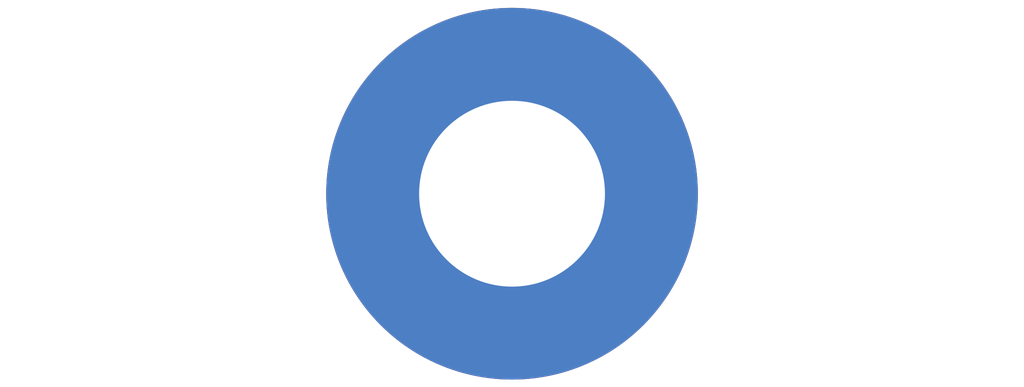
<source format=kicad_pcb>
(kicad_pcb (version 20240108) (generator pcbnew)
  (layers (0 "F.Cu" signal) (31 "B.Cu" signal) (34 "B.Paste" user) (35 "F.Paste" user) (36 "B.SilkS" user "B.Silkscreen") (37 "F.SilkS" user "F.Silkscreen") (38 "B.Mask" user) (39 "F.Mask" user) (44 "Edge.Cuts" user))
  (net 0 "")
  (footprint "MountingHole_6.5mm_Pad_TopBottom" (layer "F.Cu") (at 0 0)
    (property "Reference" "REF**")
    (property "Value" "MountingHole_6.5mm_Pad_TopBottom")
    (pad "1" thru_hole circle (at 0 0) (size 6.9 6.9) (drill 6.5) (layers *.Cu *.Mask) (remove_unused_layers))
    (pad "1" connect circle (at 0 0) (size 13 13) (layers "F.Cu" "F.Mask"))
    (pad "1" connect circle (at 0 0) (size 13 13) (layers "B.Cu" "B.Mask"))
  )
)
</source>
